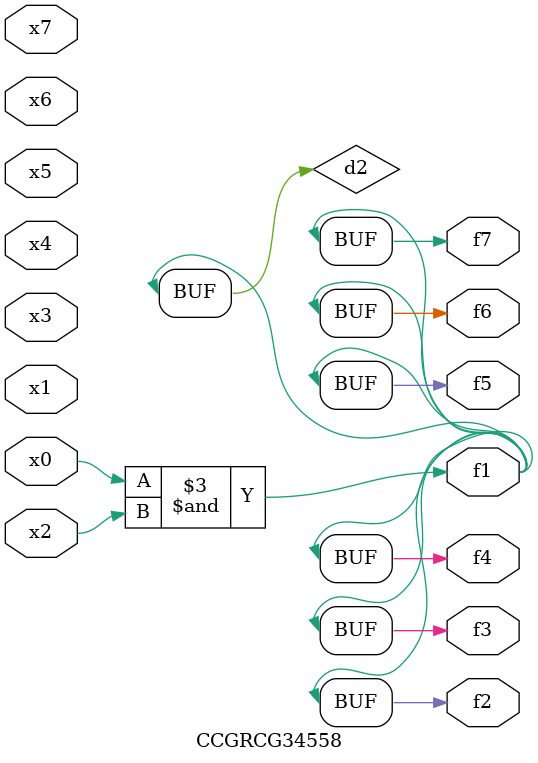
<source format=v>
module CCGRCG34558(
	input x0, x1, x2, x3, x4, x5, x6, x7,
	output f1, f2, f3, f4, f5, f6, f7
);

	wire d1, d2;

	nor (d1, x3, x6);
	and (d2, x0, x2);
	assign f1 = d2;
	assign f2 = d2;
	assign f3 = d2;
	assign f4 = d2;
	assign f5 = d2;
	assign f6 = d2;
	assign f7 = d2;
endmodule

</source>
